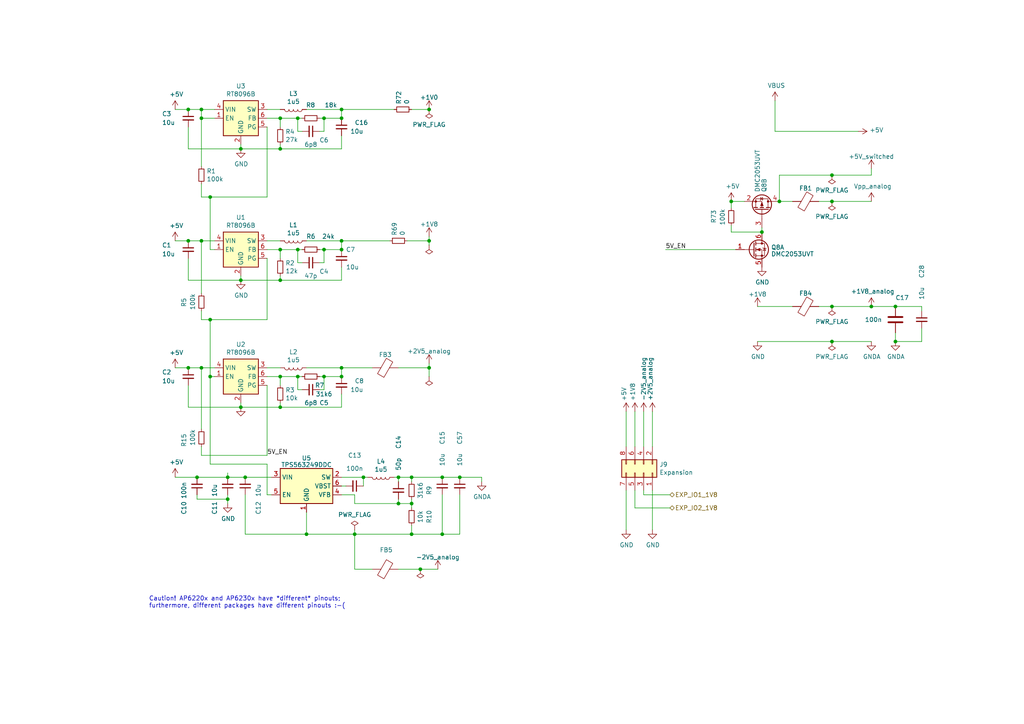
<source format=kicad_sch>
(kicad_sch (version 20230121) (generator eeschema)
  (paper "A4")
  (lib_symbols
    (symbol "Connector_Generic:Conn_02x04_Odd_Even" (pin_names (offset 1.016) hide)
      (property "Reference" "J" (at 1.27 5.08 0))
      (property "Value" "Conn_02x04_Odd_Even" (at 1.27 -7.62 0))
      (symbol "Conn_02x04_Odd_Even_1_1"
        (rectangle (start -1.27 -4.953) (end 0 -5.207) (stroke (width 0.1524)))
        (rectangle (start -1.27 -2.413) (end 0 -2.667) (stroke (width 0.1524)))
        (rectangle (start -1.27 0.127) (end 0 -0.127) (stroke (width 0.1524)))
        (rectangle (start -1.27 2.667) (end 0 2.413) (stroke (width 0.1524)))
        (rectangle (start -1.27 3.81) (end 3.81 -6.35) (stroke (width 0.254)) (fill (type background)))
        (rectangle (start 3.81 -4.953) (end 2.54 -5.207) (stroke (width 0.1524)))
        (rectangle (start 3.81 -2.413) (end 2.54 -2.667) (stroke (width 0.1524)))
        (rectangle (start 3.81 0.127) (end 2.54 -0.127) (stroke (width 0.1524)))
        (rectangle (start 3.81 2.667) (end 2.54 2.413) (stroke (width 0.1524)))
        (pin passive line (at -5.08 2.54 0) (length 3.81) (name "Pin_1") (number "1"))
        (pin passive line (at 7.62 2.54 180) (length 3.81) (name "Pin_2") (number "2"))
        (pin passive line (at -5.08 0 0) (length 3.81) (name "Pin_3") (number "3"))
        (pin passive line (at 7.62 0 180) (length 3.81) (name "Pin_4") (number "4"))
        (pin passive line (at -5.08 -2.54 0) (length 3.81) (name "Pin_5") (number "5"))
        (pin passive line (at 7.62 -2.54 180) (length 3.81) (name "Pin_6") (number "6"))
        (pin passive line (at -5.08 -5.08 0) (length 3.81) (name "Pin_7") (number "7"))
        (pin passive line (at 7.62 -5.08 180) (length 3.81) (name "Pin_8") (number "8"))
      )
    )
    (symbol "Device:C_Small" (pin_numbers hide) (pin_names (offset 0.254) hide)
      (property "Reference" "C" (at 0.254 1.778 0))
      (property "Value" "C_Small" (at 0.254 -2.032 0))
      (symbol "C_Small_0_1"
        (polyline (pts (xy -1.524 -0.508) (xy 1.524 -0.508)) (stroke (width 0.3302)))
        (polyline (pts (xy -1.524 0.508) (xy 1.524 0.508)) (stroke (width 0.3048)))
      )
      (symbol "C_Small_1_1"
        (pin passive line (at 0 2.54 270) (length 2.032) (name "~") (number "1"))
        (pin passive line (at 0 -2.54 90) (length 2.032) (name "~") (number "2"))
      )
    )
    (symbol "Device:FerriteBead" (pin_numbers hide) (pin_names (offset 0))
      (property "Reference" "FB" (at -3.81 0.635 90))
      (property "Value" "FerriteBead" (at 3.81 0 90))
      (symbol "FerriteBead_0_1"
        (polyline (pts (xy 0 -1.27) (xy 0 -1.2192)))
        (polyline (pts (xy 0 1.27) (xy 0 1.2954)))
        (polyline (pts (xy -2.7686 0.4064) (xy -1.7018 2.2606) (xy 2.7686 -0.3048) (xy 1.6764 -2.159) (xy -2.7686 0.4064)))
      )
      (symbol "FerriteBead_1_1"
        (pin passive line (at 0 3.81 270) (length 2.54) (name "~") (number "1"))
        (pin passive line (at 0 -3.81 90) (length 2.54) (name "~") (number "2"))
      )
    )
    (symbol "Device:L" (pin_numbers hide) (pin_names (offset 1.016) hide)
      (property "Reference" "L" (at -1.27 0 90))
      (property "Value" "L" (at 1.905 0 90))
      (symbol "L_0_1"
        (arc (start 0 -2.54) (mid 0.6323 -1.905) (end 0 -1.27))
        (arc (start 0 -1.27) (mid 0.6323 -0.635) (end 0 0))
        (arc (start 0 0) (mid 0.6323 0.635) (end 0 1.27))
        (arc (start 0 1.27) (mid 0.6323 1.905) (end 0 2.54))
      )
      (symbol "L_1_1"
        (pin passive line (at 0 3.81 270) (length 1.27) (name "1") (number "1"))
        (pin passive line (at 0 -3.81 90) (length 1.27) (name "2") (number "2"))
      )
    )
    (symbol "Device:R_Small" (pin_numbers hide) (pin_names (offset 0.254) hide)
      (property "Reference" "R" (at 0.762 0.508 0))
      (property "Value" "R_Small" (at 0.762 -1.016 0))
      (symbol "R_Small_0_1"
        (rectangle (start -0.762 1.778) (end 0.762 -1.778) (stroke (width 0.2032)))
      )
      (symbol "R_Small_1_1"
        (pin passive line (at 0 2.54 270) (length 0.762) (name "~") (number "1"))
        (pin passive line (at 0 -2.54 90) (length 0.762) (name "~") (number "2"))
      )
    )
    (symbol "Regulator_Switching:TLV62569DDC"
      (property "Reference" "U" (at -5.08 6.35 0))
      (property "Value" "TLV62569DDC" (at 0 6.35 0))
      (symbol "TLV62569DDC_0_1"
        (rectangle (start -5.08 5.08) (end 5.08 -5.08) (stroke (width 0.254)) (fill (type background)))
      )
      (symbol "TLV62569DDC_1_1"
        (pin input line (at -7.62 0 0) (length 2.54) (name "EN") (number "1"))
        (pin power_in line (at 0 -7.62 90) (length 2.54) (name "GND") (number "2"))
        (pin power_out line (at 7.62 2.54 180) (length 2.54) (name "SW") (number "3"))
        (pin power_in line (at -7.62 2.54 0) (length 2.54) (name "VIN") (number "4"))
        (pin open_collector line (at 7.62 -2.54 180) (length 2.54) (name "PG") (number "5"))
        (pin input line (at 7.62 0 180) (length 2.54) (name "FB") (number "6"))
      )
    )
    (symbol "Regulator_Switching:TPS563240DDC"
      (property "Reference" "U" (at -7.62 6.35 0))
      (property "Value" "TPS563240DDC" (at -2.54 6.35 0))
      (symbol "TPS563240DDC_0_1"
        (rectangle (start -7.62 5.08) (end 7.62 -5.08) (stroke (width 0.254)) (fill (type background)))
      )
      (symbol "TPS563240DDC_1_1"
        (pin power_in line (at 0 -7.62 90) (length 2.54) (name "GND") (number "1"))
        (pin output line (at 10.16 2.54 180) (length 2.54) (name "SW") (number "2"))
        (pin power_in line (at -10.16 2.54 0) (length 2.54) (name "VIN") (number "3"))
        (pin input line (at 10.16 -2.54 180) (length 2.54) (name "VFB") (number "4"))
        (pin input line (at -10.16 -2.54 0) (length 2.54) (name "EN") (number "5"))
        (pin passive line (at 10.16 0 180) (length 2.54) (name "VBST") (number "6"))
      )
    )
    (symbol "Transistor_FET:DMC2053UVT" (pin_names hide)
      (property "Reference" "Q" (at 3.175 1.27 0))
      (property "Value" "DMC2053UVT" (at 3.175 -1.27 0))
      (symbol "DMC2053UVT_0_1"
        (circle (center -0.889 0) (radius 2.794) (stroke (width 0.254)))
        (circle (center 0 -1.778) (radius 0.254) (fill (type outline)))
        (polyline (pts (xy -2.286 0) (xy -5.08 0)))
        (polyline (pts (xy -2.286 1.905) (xy -2.286 -1.905)) (stroke (width 0.254)))
        (polyline (pts (xy -1.778 -1.27) (xy -1.778 -2.286)) (stroke (width 0.254)))
        (polyline (pts (xy -1.778 0.508) (xy -1.778 -0.508)) (stroke (width 0.254)))
        (polyline (pts (xy -1.778 2.286) (xy -1.778 1.27)) (stroke (width 0.254)))
        (polyline (pts (xy 0 2.54) (xy 0 1.778)))
        (polyline (pts (xy 0 -2.54) (xy 0 0) (xy -1.778 0)))
        (polyline (pts (xy -1.778 -1.778) (xy 0.762 -1.778) (xy 0.762 1.778) (xy -1.778 1.778)))
        (circle (center 0 1.778) (radius 0.254) (fill (type outline)))
      )
      (symbol "DMC2053UVT_1_1"
        (polyline (pts (xy -1.524 0) (xy -0.508 0.381) (xy -0.508 -0.381) (xy -1.524 0)) (fill (type outline)))
        (polyline (pts (xy 0.254 0.508) (xy 0.381 0.381) (xy 1.143 0.381) (xy 1.27 0.254)))
        (polyline (pts (xy 0.762 0.381) (xy 0.381 -0.254) (xy 1.143 -0.254) (xy 0.762 0.381)))
        (pin passive line (at -7.62 0 0) (length 2.54) (name "G") (number "1"))
        (pin passive line (at 0 -5.08 90) (length 2.54) (name "S") (number "5"))
        (pin passive line (at 0 5.08 270) (length 2.54) (name "D") (number "6"))
      )
      (symbol "DMC2053UVT_2_1"
        (polyline (pts (xy -0.254 0) (xy -1.27 0.381) (xy -1.27 -0.381) (xy -0.254 0)) (fill (type outline)))
        (polyline (pts (xy 0.254 -0.508) (xy 0.381 -0.381) (xy 1.143 -0.381) (xy 1.27 -0.254)))
        (polyline (pts (xy 0.762 -0.381) (xy 0.381 0.254) (xy 1.143 0.254) (xy 0.762 -0.381)))
        (pin passive line (at 0 -5.08 90) (length 2.54) (name "S") (number "2"))
        (pin passive line (at -7.62 0 0) (length 2.54) (name "G") (number "3"))
        (pin passive line (at 0 5.08 270) (length 2.54) (name "D") (number "4"))
      )
    )
    (symbol "fmc:+1V8_analog" (power) (pin_names (offset 0))
      (property "Value" "+1V8_analog" (at 0 3.556 0))
      (symbol "+1V8_analog_0_1"
        (polyline (pts (xy -0.762 1.27) (xy 0 2.54)))
        (polyline (pts (xy 0 0) (xy 0 2.54)))
        (polyline (pts (xy 0 2.54) (xy 0.762 1.27)))
      )
      (symbol "+1V8_analog_1_1"
        (pin power_in line (at 0 0 90) (length 0) hide (name "+1V8_analog") (number "1"))
      )
    )
    (symbol "fmc:+2V5_analog" (power) (pin_names (offset 0))
      (property "Value" "+2V5_analog" (at 0 3.556 0))
      (symbol "+2V5_analog_0_1"
        (polyline (pts (xy -0.762 1.27) (xy 0 2.54)))
        (polyline (pts (xy 0 0) (xy 0 2.54)))
        (polyline (pts (xy 0 2.54) (xy 0.762 1.27)))
      )
      (symbol "+2V5_analog_1_1"
        (pin power_in line (at 0 0 90) (length 0) hide (name "+2V5_analog") (number "1"))
      )
    )
    (symbol "fmc:+5V_switched" (power) (pin_names (offset 0))
      (property "Value" "+5V_switched" (at 0 3.556 0))
      (symbol "+5V_switched_0_1"
        (polyline (pts (xy -0.762 1.27) (xy 0 2.54)))
        (polyline (pts (xy 0 0) (xy 0 2.54)))
        (polyline (pts (xy 0 2.54) (xy 0.762 1.27)))
      )
      (symbol "+5V_switched_1_1"
        (pin power_in line (at 0 0 90) (length 0) hide (name "+5V_switched") (number "1"))
      )
    )
    (symbol "fmc:-2V5_analog" (power) (pin_names (offset 0))
      (property "Value" "-2V5_analog" (at 0 3.556 0))
      (symbol "-2V5_analog_0_1"
        (polyline (pts (xy -0.762 1.27) (xy 0 2.54)))
        (polyline (pts (xy 0 0) (xy 0 2.54)))
        (polyline (pts (xy 0 2.54) (xy 0.762 1.27)))
      )
      (symbol "-2V5_analog_1_1"
        (pin power_in line (at 0 0 90) (length 0) hide (name "-2V5_analog") (number "1"))
      )
    )
    (symbol "fmc:100nF_603" (pin_numbers hide) (pin_names (offset 0.254))
      (property "Reference" "C" (at 0.635 2.54 0))
      (property "Value" "100nF_603" (at 0.635 -2.54 0))
      (symbol "100nF_603_0_1"
        (polyline (pts (xy -2.032 -0.762) (xy 2.032 -0.762)) (stroke (width 0.508)))
        (polyline (pts (xy -2.032 0.762) (xy 2.032 0.762)) (stroke (width 0.508)))
      )
      (symbol "100nF_603_1_1"
        (pin passive line (at 0 3.81 270) (length 2.794) (name "~") (number "1"))
        (pin passive line (at 0 -3.81 90) (length 2.794) (name "~") (number "2"))
      )
    )
    (symbol "fmc:Vpp_analog" (power) (pin_names (offset 0))
      (property "Value" "Vpp_analog" (at 0 3.556 0))
      (symbol "Vpp_analog_0_1"
        (polyline (pts (xy -0.762 1.27) (xy 0 2.54)))
        (polyline (pts (xy 0 0) (xy 0 2.54)))
        (polyline (pts (xy 0 2.54) (xy 0.762 1.27)))
      )
      (symbol "Vpp_analog_1_1"
        (pin power_in line (at 0 0 90) (length 0) hide (name "Vpp_analog") (number "1"))
      )
    )
    (symbol "power:+1V0" (power) (pin_names (offset 0))
      (property "Value" "+1V0" (at 0 3.556 0))
      (symbol "+1V0_0_1"
        (polyline (pts (xy -0.762 1.27) (xy 0 2.54)))
        (polyline (pts (xy 0 0) (xy 0 2.54)))
        (polyline (pts (xy 0 2.54) (xy 0.762 1.27)))
      )
      (symbol "+1V0_1_1"
        (pin power_in line (at 0 0 90) (length 0) hide (name "+1V0") (number "1"))
      )
    )
    (symbol "power:+1V8" (power) (pin_names (offset 0))
      (property "Value" "+1V8" (at 0 3.556 0))
      (symbol "+1V8_0_1"
        (polyline (pts (xy -0.762 1.27) (xy 0 2.54)))
        (polyline (pts (xy 0 0) (xy 0 2.54)))
        (polyline (pts (xy 0 2.54) (xy 0.762 1.27)))
      )
      (symbol "+1V8_1_1"
        (pin power_in line (at 0 0 90) (length 0) hide (name "+1V8") (number "1"))
      )
    )
    (symbol "power:+5V" (power) (pin_names (offset 0))
      (property "Value" "+5V" (at 0 3.556 0))
      (symbol "+5V_0_1"
        (polyline (pts (xy -0.762 1.27) (xy 0 2.54)))
        (polyline (pts (xy 0 0) (xy 0 2.54)))
        (polyline (pts (xy 0 2.54) (xy 0.762 1.27)))
      )
      (symbol "+5V_1_1"
        (pin power_in line (at 0 0 90) (length 0) hide (name "+5V") (number "1"))
      )
    )
    (symbol "power:GND" (power) (pin_names (offset 0))
      (property "Value" "GND" (at 0 -3.81 0))
      (symbol "GND_0_1"
        (polyline (pts (xy 0 0) (xy 0 -1.27) (xy 1.27 -1.27) (xy 0 -2.54) (xy -1.27 -1.27) (xy 0 -1.27)))
      )
      (symbol "GND_1_1"
        (pin power_in line (at 0 0 270) (length 0) hide (name "GND") (number "1"))
      )
    )
    (symbol "power:GNDA" (power) (pin_names (offset 0))
      (property "Value" "GNDA" (at 0 -3.81 0))
      (symbol "GNDA_0_1"
        (polyline (pts (xy 0 0) (xy 0 -1.27) (xy 1.27 -1.27) (xy 0 -2.54) (xy -1.27 -1.27) (xy 0 -1.27)))
      )
      (symbol "GNDA_1_1"
        (pin power_in line (at 0 0 270) (length 0) hide (name "GNDA") (number "1"))
      )
    )
    (symbol "power:PWR_FLAG" (power) (pin_numbers hide) (pin_names (offset 0) hide)
      (property "Value" "PWR_FLAG" (at 0 3.81 0))
      (symbol "PWR_FLAG_0_0"
        (pin power_out line (at 0 0 90) (length 0) (name "pwr") (number "1"))
      )
      (symbol "PWR_FLAG_0_1"
        (polyline (pts (xy 0 0) (xy 0 1.27) (xy -1.016 1.905) (xy 0 2.54) (xy 1.016 1.905) (xy 0 1.27)))
      )
    )
    (symbol "power:VBUS" (power) (pin_names (offset 0))
      (property "Value" "VBUS" (at 0 3.81 0))
      (symbol "VBUS_0_1"
        (polyline (pts (xy -0.762 1.27) (xy 0 2.54)))
        (polyline (pts (xy 0 0) (xy 0 2.54)))
        (polyline (pts (xy 0 2.54) (xy 0.762 1.27)))
      )
      (symbol "VBUS_1_1"
        (pin power_in line (at 0 0 90) (length 0) hide (name "VBUS") (number "1"))
      )
    )
  )
  (junction (at 124.46 31.75))
  (junction (at 81.28 81.28))
  (junction (at 252.73 88.9))
  (junction (at 81.28 43.18))
  (junction (at 66.04 144.78))
  (junction (at 99.06 72.39))
  (junction (at 93.98 109.22))
  (junction (at 259.715 99.06))
  (junction (at 86.36 109.22))
  (junction (at 60.96 109.22))
  (junction (at 105.41 138.43))
  (junction (at 58.42 34.29))
  (junction (at 128.27 138.43))
  (junction (at 54.61 69.85))
  (junction (at 69.85 81.28))
  (junction (at 99.06 69.85))
  (junction (at 241.3 50.8))
  (junction (at 241.3 58.42))
  (junction (at 128.27 154.94))
  (junction (at 115.57 138.43))
  (junction (at 133.35 138.43))
  (junction (at 88.9 154.94))
  (junction (at 71.12 138.43))
  (junction (at 121.92 165.1))
  (junction (at 115.57 146.05))
  (junction (at 99.06 109.22))
  (junction (at 241.3 99.06))
  (junction (at 57.15 138.43))
  (junction (at 93.98 72.39))
  (junction (at 124.46 106.68))
  (junction (at 69.85 118.11))
  (junction (at 81.28 34.29))
  (junction (at 86.36 72.39))
  (junction (at 93.98 34.29))
  (junction (at 81.28 118.11))
  (junction (at 99.06 34.29))
  (junction (at 99.06 31.75))
  (junction (at 99.06 106.68))
  (junction (at 119.38 146.05))
  (junction (at 81.28 109.22))
  (junction (at 81.28 72.39))
  (junction (at 226.06 58.42))
  (junction (at 220.98 67.31))
  (junction (at 124.46 69.85))
  (junction (at 66.04 138.43))
  (junction (at 58.42 106.68))
  (junction (at 212.09 58.42))
  (junction (at 259.715 88.9))
  (junction (at 119.38 154.94))
  (junction (at 58.42 31.75))
  (junction (at 60.96 92.71))
  (junction (at 54.61 31.75))
  (junction (at 102.87 154.94))
  (junction (at 58.42 69.85))
  (junction (at 86.36 34.29))
  (junction (at 69.85 43.18))
  (junction (at 119.38 138.43))
  (junction (at 60.96 57.15))
  (junction (at 241.3 88.9))
  (junction (at 54.61 106.68))
  (wire (pts (xy 86.36 109.22) (xy 87.63 109.22)))
  (wire (pts (xy 66.04 146.05) (xy 66.04 144.78)))
  (wire (pts (xy 66.04 138.43) (xy 71.12 138.43)))
  (wire (pts (xy 267.335 99.06) (xy 259.715 99.06)))
  (wire (pts (xy 81.28 109.22) (xy 81.28 111.76)))
  (wire (pts (xy 77.47 69.85) (xy 81.28 69.85)))
  (wire (pts (xy 87.63 38.1) (xy 86.36 38.1)))
  (wire (pts (xy 115.57 138.43) (xy 119.38 138.43)))
  (wire (pts (xy 81.28 80.01) (xy 81.28 81.28)))
  (wire (pts (xy 241.3 99.06) (xy 252.73 99.06)))
  (wire (pts (xy 119.38 152.4) (xy 119.38 154.94)))
  (wire (pts (xy 54.61 43.18) (xy 69.85 43.18)))
  (wire (pts (xy 86.36 34.29) (xy 87.63 34.29)))
  (wire (pts (xy 93.98 113.03) (xy 93.98 109.22)))
  (wire (pts (xy 100.33 140.97) (xy 99.06 140.97)))
  (wire (pts (xy 54.61 74.93) (xy 54.61 81.28)))
  (wire (pts (xy 212.09 58.42) (xy 215.9 58.42)))
  (wire (pts (xy 181.61 119.38) (xy 181.61 129.54)))
  (wire (pts (xy 50.8 138.43) (xy 57.15 138.43)))
  (wire (pts (xy 219.71 99.06) (xy 241.3 99.06)))
  (wire (pts (xy 212.09 67.31) (xy 220.98 67.31)))
  (wire (pts (xy 86.36 76.2) (xy 86.36 72.39)))
  (wire (pts (xy 184.15 147.32) (xy 194.31 147.32)))
  (wire (pts (xy 186.69 119.38) (xy 186.69 129.54)))
  (wire (pts (xy 184.15 142.24) (xy 184.15 147.32)))
  (wire (pts (xy 58.42 31.75) (xy 62.23 31.75)))
  (wire (pts (xy 77.47 57.15) (xy 60.96 57.15)))
  (wire (pts (xy 105.41 138.43) (xy 106.68 138.43)))
  (wire (pts (xy 186.69 143.51) (xy 194.31 143.51)))
  (wire (pts (xy 139.7 138.43) (xy 133.35 138.43)))
  (wire (pts (xy 81.28 41.91) (xy 81.28 43.18)))
  (wire (pts (xy 184.15 119.38) (xy 184.15 129.54)))
  (wire (pts (xy 119.38 139.7) (xy 119.38 138.43)))
  (wire (pts (xy 99.06 143.51) (xy 102.87 143.51)))
  (wire (pts (xy 77.47 109.22) (xy 81.28 109.22)))
  (wire (pts (xy 88.9 69.85) (xy 99.06 69.85)))
  (wire (pts (xy 267.335 95.25) (xy 267.335 99.06)))
  (wire (pts (xy 54.61 69.85) (xy 50.8 69.85)))
  (wire (pts (xy 71.12 154.94) (xy 88.9 154.94)))
  (wire (pts (xy 99.06 39.37) (xy 99.06 43.18)))
  (wire (pts (xy 193.04 72.39) (xy 213.36 72.39)))
  (wire (pts (xy 119.38 144.78) (xy 119.38 146.05)))
  (wire (pts (xy 81.28 34.29) (xy 81.28 36.83)))
  (wire (pts (xy 81.28 72.39) (xy 81.28 74.93)))
  (wire (pts (xy 60.96 134.62) (xy 60.96 109.22)))
  (wire (pts (xy 54.61 31.75) (xy 58.42 31.75)))
  (wire (pts (xy 77.47 132.08) (xy 77.47 111.76)))
  (wire (pts (xy 93.98 109.22) (xy 99.06 109.22)))
  (wire (pts (xy 88.9 106.68) (xy 99.06 106.68)))
  (wire (pts (xy 115.57 106.68) (xy 124.46 106.68)))
  (wire (pts (xy 99.06 69.85) (xy 113.03 69.85)))
  (wire (pts (xy 105.41 140.97) (xy 105.41 138.43)))
  (wire (pts (xy 81.28 34.29) (xy 86.36 34.29)))
  (wire (pts (xy 124.46 106.68) (xy 124.46 105.41)))
  (wire (pts (xy 241.3 50.8) (xy 252.73 50.8)))
  (wire (pts (xy 259.715 96.52) (xy 259.715 99.06)))
  (wire (pts (xy 115.57 146.05) (xy 119.38 146.05)))
  (wire (pts (xy 54.61 118.11) (xy 69.85 118.11)))
  (wire (pts (xy 60.96 109.22) (xy 62.23 109.22)))
  (wire (pts (xy 212.09 65.405) (xy 212.09 67.31)))
  (wire (pts (xy 54.61 106.68) (xy 50.8 106.68)))
  (wire (pts (xy 69.85 81.28) (xy 81.28 81.28)))
  (wire (pts (xy 54.61 81.28) (xy 69.85 81.28)))
  (wire (pts (xy 118.11 69.85) (xy 124.46 69.85)))
  (wire (pts (xy 226.06 58.42) (xy 229.87 58.42)))
  (wire (pts (xy 115.57 144.78) (xy 115.57 146.05)))
  (wire (pts (xy 60.96 72.39) (xy 60.96 57.15)))
  (wire (pts (xy 224.79 29.21) (xy 224.79 38.1)))
  (wire (pts (xy 237.49 88.9) (xy 241.3 88.9)))
  (wire (pts (xy 119.38 138.43) (xy 128.27 138.43)))
  (wire (pts (xy 99.06 31.75) (xy 114.3 31.75)))
  (wire (pts (xy 69.85 118.11) (xy 81.28 118.11)))
  (wire (pts (xy 88.9 148.59) (xy 88.9 154.94)))
  (wire (pts (xy 241.3 88.9) (xy 252.73 88.9)))
  (wire (pts (xy 99.06 69.85) (xy 99.06 72.39)))
  (wire (pts (xy 54.61 106.68) (xy 58.42 106.68)))
  (wire (pts (xy 99.06 106.68) (xy 107.95 106.68)))
  (wire (pts (xy 189.23 129.54) (xy 189.23 119.38)))
  (wire (pts (xy 252.73 88.9) (xy 259.715 88.9)))
  (wire (pts (xy 71.12 138.43) (xy 78.74 138.43)))
  (wire (pts (xy 57.15 138.43) (xy 66.04 138.43)))
  (wire (pts (xy 128.27 138.43) (xy 133.35 138.43)))
  (wire (pts (xy 121.92 165.1) (xy 127 165.1)))
  (wire (pts (xy 92.71 109.22) (xy 93.98 109.22)))
  (wire (pts (xy 60.96 92.71) (xy 60.96 109.22)))
  (wire (pts (xy 226.06 50.8) (xy 241.3 50.8)))
  (wire (pts (xy 114.3 138.43) (xy 115.57 138.43)))
  (wire (pts (xy 77.47 31.75) (xy 81.28 31.75)))
  (wire (pts (xy 99.06 77.47) (xy 99.06 81.28)))
  (wire (pts (xy 237.49 58.42) (xy 241.3 58.42)))
  (wire (pts (xy 99.06 106.68) (xy 99.06 109.22)))
  (wire (pts (xy 119.38 31.75) (xy 124.46 31.75)))
  (wire (pts (xy 267.335 88.9) (xy 259.715 88.9)))
  (wire (pts (xy 77.47 72.39) (xy 81.28 72.39)))
  (wire (pts (xy 92.71 76.2) (xy 93.98 76.2)))
  (wire (pts (xy 54.61 69.85) (xy 58.42 69.85)))
  (wire (pts (xy 226.06 50.8) (xy 226.06 58.42)))
  (wire (pts (xy 181.61 142.24) (xy 181.61 153.67)))
  (wire (pts (xy 93.98 38.1) (xy 93.98 34.29)))
  (wire (pts (xy 224.79 38.1) (xy 248.92 38.1)))
  (wire (pts (xy 102.87 153.67) (xy 102.87 154.94)))
  (wire (pts (xy 92.71 72.39) (xy 93.98 72.39)))
  (wire (pts (xy 219.71 88.9) (xy 229.87 88.9)))
  (wire (pts (xy 133.35 154.94) (xy 128.27 154.94)))
  (wire (pts (xy 115.57 139.7) (xy 115.57 138.43)))
  (wire (pts (xy 186.69 142.24) (xy 186.69 143.51)))
  (wire (pts (xy 60.96 92.71) (xy 77.47 92.71)))
  (wire (pts (xy 102.87 154.94) (xy 102.87 165.1)))
  (wire (pts (xy 86.36 38.1) (xy 86.36 34.29)))
  (wire (pts (xy 58.42 132.08) (xy 77.47 132.08)))
  (wire (pts (xy 62.23 72.39) (xy 60.96 72.39)))
  (wire (pts (xy 119.38 146.05) (xy 119.38 147.32)))
  (wire (pts (xy 71.12 143.51) (xy 71.12 154.94)))
  (wire (pts (xy 77.47 34.29) (xy 81.28 34.29)))
  (wire (pts (xy 54.61 111.76) (xy 54.61 118.11)))
  (wire (pts (xy 77.47 134.62) (xy 77.47 143.51)))
  (wire (pts (xy 77.47 106.68) (xy 81.28 106.68)))
  (wire (pts (xy 133.35 143.51) (xy 133.35 154.94)))
  (wire (pts (xy 92.71 38.1) (xy 93.98 38.1)))
  (wire (pts (xy 60.96 57.15) (xy 58.42 57.15)))
  (wire (pts (xy 77.47 143.51) (xy 78.74 143.51)))
  (wire (pts (xy 93.98 34.29) (xy 99.06 34.29)))
  (wire (pts (xy 241.3 58.42) (xy 252.73 58.42)))
  (wire (pts (xy 81.28 118.11) (xy 99.06 118.11)))
  (wire (pts (xy 87.63 113.03) (xy 86.36 113.03)))
  (wire (pts (xy 189.23 142.24) (xy 189.23 153.67)))
  (wire (pts (xy 139.7 139.7) (xy 139.7 138.43)))
  (wire (pts (xy 66.04 137.16) (xy 66.04 138.43)))
  (wire (pts (xy 88.9 31.75) (xy 99.06 31.75)))
  (wire (pts (xy 69.85 80.01) (xy 69.85 81.28)))
  (wire (pts (xy 66.04 144.78) (xy 66.04 143.51)))
  (wire (pts (xy 115.57 165.1) (xy 121.92 165.1)))
  (wire (pts (xy 81.28 81.28) (xy 99.06 81.28)))
  (wire (pts (xy 92.71 113.03) (xy 93.98 113.03)))
  (wire (pts (xy 77.47 36.83) (xy 77.47 57.15)))
  (wire (pts (xy 99.06 114.3) (xy 99.06 118.11)))
  (wire (pts (xy 267.335 90.17) (xy 267.335 88.9)))
  (wire (pts (xy 92.71 34.29) (xy 93.98 34.29)))
  (wire (pts (xy 58.42 106.68) (xy 62.23 106.68)))
  (wire (pts (xy 54.61 36.83) (xy 54.61 43.18)))
  (wire (pts (xy 69.85 116.84) (xy 69.85 118.11)))
  (wire (pts (xy 93.98 76.2) (xy 93.98 72.39)))
  (wire (pts (xy 86.36 113.03) (xy 86.36 109.22)))
  (wire (pts (xy 58.42 69.85) (xy 58.42 85.09)))
  (wire (pts (xy 102.87 165.1) (xy 107.95 165.1)))
  (wire (pts (xy 69.85 43.18) (xy 81.28 43.18)))
  (wire (pts (xy 102.87 154.94) (xy 88.9 154.94)))
  (wire (pts (xy 128.27 143.51) (xy 128.27 154.94)))
  (wire (pts (xy 81.28 43.18) (xy 99.06 43.18)))
  (wire (pts (xy 81.28 109.22) (xy 86.36 109.22)))
  (wire (pts (xy 102.87 143.51) (xy 102.87 146.05)))
  (wire (pts (xy 81.28 72.39) (xy 86.36 72.39)))
  (wire (pts (xy 58.42 90.17) (xy 58.42 92.71)))
  (wire (pts (xy 99.06 138.43) (xy 105.41 138.43)))
  (wire (pts (xy 252.73 50.8) (xy 252.73 48.895)))
  (wire (pts (xy 58.42 34.29) (xy 58.42 48.26)))
  (wire (pts (xy 124.46 106.68) (xy 124.46 109.22)))
  (wire (pts (xy 81.28 116.84) (xy 81.28 118.11)))
  (wire (pts (xy 54.61 31.75) (xy 50.8 31.75)))
  (wire (pts (xy 99.06 31.75) (xy 99.06 34.29)))
  (wire (pts (xy 124.46 69.85) (xy 124.46 71.12)))
  (wire (pts (xy 57.15 144.78) (xy 66.04 144.78)))
  (wire (pts (xy 86.36 72.39) (xy 87.63 72.39)))
  (wire (pts (xy 87.63 76.2) (xy 86.36 76.2)))
  (wire (pts (xy 58.42 57.15) (xy 58.42 53.34)))
  (wire (pts (xy 93.98 72.39) (xy 99.06 72.39)))
  (wire (pts (xy 77.47 74.93) (xy 77.47 92.71)))
  (wire (pts (xy 57.15 143.51) (xy 57.15 144.78)))
  (wire (pts (xy 220.98 67.31) (xy 220.98 66.04)))
  (wire (pts (xy 128.27 154.94) (xy 119.38 154.94)))
  (wire (pts (xy 212.09 58.42) (xy 212.09 60.325)))
  (wire (pts (xy 77.47 134.62) (xy 60.96 134.62)))
  (wire (pts (xy 119.38 154.94) (xy 102.87 154.94)))
  (wire (pts (xy 58.42 92.71) (xy 60.96 92.71)))
  (wire (pts (xy 102.87 146.05) (xy 115.57 146.05)))
  (wire (pts (xy 58.42 69.85) (xy 62.23 69.85)))
  (wire (pts (xy 69.85 41.91) (xy 69.85 43.18)))
  (wire (pts (xy 58.42 31.75) (xy 58.42 34.29)))
  (wire (pts (xy 58.42 106.68) (xy 58.42 124.46)))
  (wire (pts (xy 58.42 129.54) (xy 58.42 132.08)))
  (wire (pts (xy 58.42 34.29) (xy 62.23 34.29)))
  (wire (pts (xy 124.46 69.85) (xy 124.46 68.58)))
  (text "Caution! AP6220x and AP6230x have *different* pinouts;\nfurthermore, different packages have different pinouts :-(" (at 43.18 176.53 0) (effects (font (size 1.27 1.27)) (justify left bottom)))
  (label "5V_EN" (at 77.47 132.08 0))
  (label "5V_EN" (at 193.04 72.39 0))
  (hierarchical_label "EXP_IO1_1V8" (shape bidirectional) (at 194.31 143.51 0))
  (hierarchical_label "EXP_IO2_1V8" (shape bidirectional) (at 194.31 147.32 0))
  (symbol (lib_id "Regulator_Switching:TLV62569DDC") (at 69.85 72.39 0) (unit 1)
    (property "Reference" "U1" (at 69.85 63.0682 0))
    (property "Value" "RT8096B" (at 69.85 65.3796 0))
    (property "Footprint" "Package_TO_SOT_SMD:SOT-23-6" (effects hide))
    (property "Part" "RT8096B" (effects hide))
    (property "Manufacturer" "Richtek" (effects hide))
  )
  (symbol (lib_id "power:GND") (at 69.85 81.28 0) (unit 1)
    (property "Reference" "#PWR0152" (effects hide))
    (property "Value" "GND" (at 69.977 85.6742 0))
  )
  (symbol (lib_id "power:+5V") (at 50.8 69.85 0) (unit 1)
    (property "Reference" "#PWR0151" (effects hide))
    (property "Value" "+5V" (at 51.181 65.4558 0))
  )
  (symbol (lib_id "Device:C_Small") (at 54.61 72.39 0) (unit 1)
    (property "Reference" "C1" (at 46.99 71.12 0) (effects (justify left)))
    (property "Value" "10u" (at 46.99 73.66 0) (effects (justify left)))
    (property "Footprint" "Capacitor_SMD:C_1206_3216Metric" (effects hide))
  )
  (symbol (lib_id "Device:L") (at 85.09 69.85 270) (unit 1)
    (property "Reference" "L1" (at 85.09 65.2526 90))
    (property "Value" "1u5" (at 85.09 67.564 90))
    (property "Footprint" "Inductor_SMD:L_1008_2520Metric" (effects hide))
  )
  (symbol (lib_id "Device:C_Small") (at 99.06 74.93 0) (unit 1)
    (property "Reference" "C7" (at 100.33 72.39 0) (effects (justify left)))
    (property "Value" "10u" (at 100.33 77.47 0) (effects (justify left)))
    (property "Footprint" "Capacitor_SMD:C_1206_3216Metric" (effects hide))
  )
  (symbol (lib_id "Device:R_Small") (at 81.28 77.47 0) (unit 1)
    (property "Reference" "R2" (at 82.7786 76.3016 0) (effects (justify left)))
    (property "Value" "12k" (at 82.7786 78.613 0) (effects (justify left)))
    (property "Footprint" "Resistor_SMD:R_0603_1608Metric" (effects hide))
  )
  (symbol (lib_id "Device:R_Small") (at 90.17 72.39 270) (unit 1)
    (property "Reference" "R6" (at 90.17 68.58 90))
    (property "Value" "24k" (at 95.25 68.58 90))
    (property "Footprint" "Resistor_SMD:R_0603_1608Metric" (effects hide))
  )
  (symbol (lib_id "Device:C_Small") (at 90.17 76.2 270) (unit 1)
    (property "Reference" "C4" (at 93.98 78.74 90))
    (property "Value" "47p" (at 90.17 80.01 90))
    (property "Footprint" "Capacitor_SMD:C_0603_1608Metric" (effects hide))
    (property "Part" "885012006050" (effects hide))
    (property "Manufacturer" "Wurth" (effects hide))
  )
  (symbol (lib_id "power:+1V8") (at 124.46 68.58 0) (unit 1)
    (property "Reference" "#PWR0154" (effects hide))
    (property "Value" "+1V8" (at 124.46 65.024 0))
  )
  (symbol (lib_id "Regulator_Switching:TLV62569DDC") (at 69.85 109.22 0) (unit 1)
    (property "Reference" "U2" (at 69.85 99.8982 0))
    (property "Value" "RT8096B" (at 69.85 102.2096 0))
    (property "Footprint" "Package_TO_SOT_SMD:SOT-23-6" (effects hide))
    (property "Part" "RT8096B" (effects hide))
    (property "Manufacturer" "Richtek" (effects hide))
  )
  (symbol (lib_id "power:GND") (at 69.85 118.11 0) (unit 1)
    (property "Reference" "#PWR0150" (effects hide))
    (property "Value" "GND" (effects hide))
  )
  (symbol (lib_id "power:+5V") (at 50.8 106.68 0) (unit 1)
    (property "Reference" "#PWR0149" (effects hide))
    (property "Value" "+5V" (at 51.181 102.2858 0))
  )
  (symbol (lib_id "Device:C_Small") (at 54.61 109.22 0) (unit 1)
    (property "Reference" "C2" (at 46.99 107.95 0) (effects (justify left)))
    (property "Value" "10u" (at 46.99 110.49 0) (effects (justify left)))
    (property "Footprint" "Capacitor_SMD:C_1206_3216Metric" (effects hide))
  )
  (symbol (lib_id "Device:C_Small") (at 99.06 111.76 0) (unit 1)
    (property "Reference" "C8" (at 102.87 110.49 0) (effects (justify left)))
    (property "Value" "10u" (at 101.6 113.03 0) (effects (justify left)))
    (property "Footprint" "Capacitor_SMD:C_1206_3216Metric" (effects hide))
  )
  (symbol (lib_id "Device:R_Small") (at 90.17 109.22 270) (unit 1)
    (property "Reference" "R7" (at 92.71 111.76 90))
    (property "Value" "31k6" (at 93.98 114.3 90))
    (property "Footprint" "Resistor_SMD:R_0603_1608Metric" (effects hide))
  )
  (symbol (lib_id "Regulator_Switching:TLV62569DDC") (at 69.85 34.29 0) (unit 1)
    (property "Reference" "U3" (at 69.85 24.9682 0))
    (property "Value" "RT8096B" (at 69.85 27.2796 0))
    (property "Footprint" "Package_TO_SOT_SMD:SOT-23-6" (effects hide))
    (property "Part" "RT8096B" (effects hide))
    (property "Manufacturer" "Richtek" (effects hide))
  )
  (symbol (lib_id "power:GND") (at 69.85 43.18 0) (unit 1)
    (property "Reference" "#PWR0155" (effects hide))
    (property "Value" "GND" (at 69.977 47.5742 0))
  )
  (symbol (lib_id "power:+5V") (at 50.8 31.75 0) (unit 1)
    (property "Reference" "#PWR0156" (effects hide))
    (property "Value" "+5V" (at 51.181 27.3558 0))
  )
  (symbol (lib_id "Device:C_Small") (at 54.61 34.29 0) (unit 1)
    (property "Reference" "C3" (at 46.99 33.02 0) (effects (justify left)))
    (property "Value" "10u" (at 46.99 35.56 0) (effects (justify left)))
    (property "Footprint" "Capacitor_SMD:C_1206_3216Metric" (effects hide))
  )
  (symbol (lib_id "power:VBUS") (at 224.79 29.21 0) (unit 1)
    (property "Reference" "#PWR0162" (effects hide))
    (property "Value" "VBUS" (at 225.171 24.8158 0))
  )
  (symbol (lib_id "power:+5V") (at 248.92 38.1 270) (mirror x) (unit 1)
    (property "Reference" "#PWR0163" (effects hide))
    (property "Value" "+5V" (at 252.1712 37.719 90) (effects (justify left)))
  )
  (symbol (lib_id "Device:L") (at 85.09 31.75 270) (unit 1)
    (property "Reference" "L3" (at 85.09 27.1526 90))
    (property "Value" "1u5" (at 85.09 29.464 90))
    (property "Footprint" "Inductor_SMD:L_1008_2520Metric" (effects hide))
  )
  (symbol (lib_id "power:PWR_FLAG") (at 124.46 71.12 0) (mirror x) (unit 1)
    (property "Reference" "#FLG0104" (effects hide))
    (property "Value" "PWR_FLAG" (effects hide))
  )
  (symbol (lib_id "power:PWR_FLAG") (at 124.46 109.22 0) (mirror x) (unit 1)
    (property "Reference" "#FLG0103" (effects hide))
    (property "Value" "PWR_FLAG" (effects hide))
  )
  (symbol (lib_id "power:PWR_FLAG") (at 124.46 31.75 0) (mirror x) (unit 1)
    (property "Reference" "#FLG0105" (effects hide))
    (property "Value" "PWR_FLAG" (at 124.46 36.1442 0))
  )
  (symbol (lib_id "Device:C_Small") (at 99.06 36.83 0) (unit 1)
    (property "Reference" "C16" (at 102.87 35.56 0) (effects (justify left)))
    (property "Value" "10u" (at 101.6 38.1 0) (effects (justify left)))
    (property "Footprint" "Capacitor_SMD:C_1206_3216Metric" (effects hide))
  )
  (symbol (lib_id "Device:C_Small") (at 90.17 113.03 270) (unit 1)
    (property "Reference" "C5" (at 93.98 116.84 90))
    (property "Value" "6p8" (at 90.17 116.84 90))
    (property "Footprint" "Capacitor_SMD:C_0603_1608Metric" (effects hide))
    (property "Part" "885012006050" (effects hide))
    (property "Manufacturer" "Wurth" (effects hide))
  )
  (symbol (lib_id "Device:C_Small") (at 90.17 38.1 270) (unit 1)
    (property "Reference" "C6" (at 93.98 40.64 90))
    (property "Value" "6p8" (at 90.17 41.91 90))
    (property "Footprint" "Capacitor_SMD:C_0603_1608Metric" (effects hide))
    (property "Part" "885012006050" (effects hide))
    (property "Manufacturer" "Wurth" (effects hide))
  )
  (symbol (lib_id "power:PWR_FLAG") (at 121.92 165.1 0) (mirror x) (unit 1)
    (property "Reference" "#FLG0102" (effects hide))
    (property "Value" "PWR_FLAG" (effects hide))
  )
  (symbol (lib_id "Device:R_Small") (at 81.28 114.3 0) (unit 1)
    (property "Reference" "R3" (at 82.7786 113.1316 0) (effects (justify left)))
    (property "Value" "10k" (at 82.7786 115.443 0) (effects (justify left)))
    (property "Footprint" "Resistor_SMD:R_0603_1608Metric" (effects hide))
  )
  (symbol (lib_id "Device:R_Small") (at 81.28 39.37 0) (unit 1)
    (property "Reference" "R4" (at 82.7786 38.2016 0) (effects (justify left)))
    (property "Value" "27k" (at 82.7786 40.513 0) (effects (justify left)))
    (property "Footprint" "Resistor_SMD:R_0603_1608Metric" (effects hide))
  )
  (symbol (lib_id "Device:R_Small") (at 90.17 34.29 90) (unit 1)
    (property "Reference" "R8" (at 91.44 30.48 90) (effects (justify left)))
    (property "Value" "18k" (at 97.79 30.48 90) (effects (justify left)))
    (property "Footprint" "Resistor_SMD:R_0603_1608Metric" (effects hide))
  )
  (symbol (lib_id "Device:R_Small") (at 58.42 87.63 180) (unit 1)
    (property "Reference" "R5" (at 53.34 86.36 90) (effects (justify left)))
    (property "Value" "100k" (at 55.88 85.09 90) (effects (justify left)))
    (property "Footprint" "Resistor_SMD:R_0603_1608Metric" (effects hide))
  )
  (symbol (lib_id "Device:R_Small") (at 58.42 50.8 0) (unit 1)
    (property "Reference" "R1" (at 59.9186 49.6316 0) (effects (justify left)))
    (property "Value" "100k" (at 59.9186 51.943 0) (effects (justify left)))
    (property "Footprint" "Resistor_SMD:R_0603_1608Metric" (effects hide))
  )
  (symbol (lib_id "Device:FerriteBead") (at 111.76 165.1 90) (unit 1)
    (property "Reference" "FB5" (at 112.014 159.512 90))
    (property "Value" "Ferrite_Bead MPZ1608S221A" (effects hide))
    (property "Footprint" "Inductor_SMD:L_0603_1608Metric" (effects hide))
    (property "Part" "MPZ1608S221ATA00" (effects hide))
    (property "Manufacturer" "TDK" (effects hide))
  )
  (symbol (lib_id "fmc:Vpp_analog") (at 252.73 58.42 0) (unit 1)
    (property "Reference" "#PWR0165" (effects hide))
    (property "Value" "Vpp_analog" (at 253.111 54.0258 0))
    (instances (project "usbadc" (path "" (reference "#PWR0165") (unit 1)) (path "" (reference "#PWR?") (unit 1))))
  )
  (symbol (lib_id "fmc:+1V8_analog") (at 252.73 88.9 0) (unit 1)
    (property "Reference" "#PWR0168" (effects hide))
    (property "Value" "+1V8_analog" (at 253.111 84.5058 0))
    (instances (project "usbadc" (path "" (reference "#PWR0168") (unit 1)) (path "" (reference "#PWR?") (unit 1))))
  )
  (symbol (lib_id "fmc:+2V5_analog") (at 124.46 105.41 0) (unit 1)
    (property "Reference" "#PWR0169" (effects hide))
    (property "Value" "+2V5_analog" (at 124.46 101.854 0))
  )
  (symbol (lib_id "Device:FerriteBead") (at 233.68 58.42 90) (unit 1)
    (property "Reference" "FB1" (at 233.68 54.61 90))
    (property "Value" "Ferrite_Bead MPZ1608S221A" (effects hide))
    (property "Footprint" "Inductor_SMD:L_0603_1608Metric" (effects hide))
    (property "Part" "MPZ1608S221ATA00" (effects hide))
    (property "Manufacturer" "TDK" (effects hide))
  )
  (symbol (lib_id "Device:FerriteBead") (at 111.76 106.68 90) (unit 1)
    (property "Reference" "FB3" (at 111.76 102.87 90))
    (property "Value" "Ferrite_Bead MPZ1608S221A" (effects hide))
    (property "Footprint" "Inductor_SMD:L_0603_1608Metric" (effects hide))
    (property "Part" "MPZ1608S221ATA00" (effects hide))
    (property "Manufacturer" "TDK" (effects hide))
  )
  (symbol (lib_id "Device:FerriteBead") (at 233.68 88.9 90) (unit 1)
    (property "Reference" "FB4" (at 233.68 85.09 90))
    (property "Value" "Ferrite_Bead MPZ1608S221A" (effects hide))
    (property "Footprint" "Inductor_SMD:L_0603_1608Metric" (effects hide))
    (property "Part" "MPZ1608S221ATA00" (effects hide))
    (property "Manufacturer" "TDK" (effects hide))
  )
  (symbol (lib_id "power:+1V8") (at 219.71 88.9 0) (unit 1)
    (property "Reference" "#PWR0166" (effects hide))
    (property "Value" "+1V8" (at 219.71 85.344 0))
  )
  (symbol (lib_id "power:+5V") (at 212.09 58.42 0) (unit 1)
    (property "Reference" "#PWR0164" (effects hide))
    (property "Value" "+5V" (at 212.471 54.0258 0))
  )
  (symbol (lib_id "power:PWR_FLAG") (at 241.3 58.42 0) (mirror x) (unit 1)
    (property "Reference" "#FLG0106" (effects hide))
    (property "Value" "PWR_FLAG" (at 241.3 62.8142 0))
  )
  (symbol (lib_id "power:PWR_FLAG") (at 241.3 88.9 0) (mirror x) (unit 1)
    (property "Reference" "#FLG0108" (effects hide))
    (property "Value" "PWR_FLAG" (at 241.3 93.2942 0))
  )
  (symbol (lib_id "power:GNDA") (at 252.73 99.06 0) (unit 1)
    (property "Reference" "#PWR0170" (effects hide))
    (property "Value" "GNDA" (at 252.857 103.4542 0))
    (instances (project "usbadc" (path "" (reference "#PWR0170") (unit 1)) (path "" (reference "#PWR?") (unit 1))))
  )
  (symbol (lib_id "power:GND") (at 219.71 99.06 0) (unit 1)
    (property "Reference" "#PWR0171" (effects hide))
    (property "Value" "GND" (at 219.837 103.4542 0))
  )
  (symbol (lib_id "Device:R_Small") (at 212.09 62.865 0) (unit 1)
    (property "Reference" "R73" (at 207.01 64.77 90) (effects (justify left)))
    (property "Value" "100k" (at 209.55 65.405 90) (effects (justify left)))
    (property "Footprint" "Resistor_SMD:R_0603_1608Metric" (effects hide))
  )
  (symbol (lib_id "power:+5V") (at 181.61 119.38 0) (unit 1)
    (property "Reference" "#PWR0157" (effects hide))
    (property "Value" "+5V" (at 180.975 114.3 90))
  )
  (symbol (lib_id "power:+1V8") (at 184.15 119.38 0) (unit 1)
    (property "Reference" "#PWR0159" (effects hide))
    (property "Value" "+1V8" (at 183.515 113.665 90))
  )
  (symbol (lib_id "power:GND") (at 181.61 153.67 0) (unit 1)
    (property "Reference" "#PWR0161" (effects hide))
    (property "Value" "GND" (at 181.737 158.0642 0))
  )
  (symbol (lib_id "power:GND") (at 189.23 153.67 0) (unit 1)
    (property "Reference" "#PWR0160" (effects hide))
    (property "Value" "GND" (at 189.357 158.0642 0))
  )
  (symbol (lib_id "Connector_Generic:Conn_02x04_Odd_Even") (at 186.69 137.16 270) (mirror x) (unit 1)
    (property "Reference" "J9" (at 191.262 134.7216 90) (effects (justify left)))
    (property "Value" "Expansion" (at 191.262 137.033 90) (effects (justify left)))
    (property "Footprint" "Connector_PinHeader_2.54mm:PinHeader_2x04_P2.54mm_Vertical" (effects hide))
  )
  (symbol (lib_id "Device:C_Small") (at 66.04 140.97 180) (unit 1)
    (property "Reference" "C11" (at 62.23 147.32 90))
    (property "Value" "10u" (at 62.23 142.24 90))
    (property "Footprint" "Capacitor_SMD:C_1206_3216Metric" (effects hide))
    (instances (project "usbadc" (path "" (reference "C11") (unit 1))) (project "fe_test" (path "" (reference "C5") (unit 1))))
  )
  (symbol (lib_id "Regulator_Switching:TPS563240DDC") (at 88.9 140.97 0) (unit 1)
    (property "Reference" "U5" (at 88.9 132.8801 0))
    (property "Value" "TPS563249DDC" (at 88.9 134.8011 0))
    (property "Footprint" "Package_TO_SOT_SMD:SOT-23-6" (effects hide))
    (property "Datasheet" "www.ti.com/lit/ds/symlink/tps563249.pdf" (effects hide))
  )
  (symbol (lib_id "power:GNDA") (at 139.7 139.7 0) (unit 1)
    (property "Reference" "#PWR040" (effects hide))
    (property "Value" "GNDA" (at 139.827 144.0942 0))
    (instances (project "usbadc" (path "" (reference "#PWR040") (unit 1)) (path "" (reference "#PWR?") (unit 1))))
  )
  (symbol (lib_id "Device:R_Small") (at 116.84 31.75 90) (unit 1)
    (property "Reference" "R72" (at 115.6716 30.2514 0) (effects (justify left)))
    (property "Value" "0" (at 117.983 30.2514 0) (effects (justify left)))
    (property "Footprint" "Resistor_SMD:R_0603_1608Metric" (effects hide))
  )
  (symbol (lib_id "Device:C_Small") (at 267.335 92.71 0) (unit 1)
    (property "Reference" "C28" (at 267.335 78.74 90))
    (property "Value" "10u" (at 267.335 85.09 90))
    (property "Footprint" "Capacitor_SMD:C_1206_3216Metric" (effects hide))
    (instances (project "usbadc" (path "" (reference "C28") (unit 1))) (project "fe_test" (path "" (reference "C13") (unit 1))))
  )
  (symbol (lib_id "Transistor_FET:DMC2053UVT") (at 220.98 58.42 270) (mirror x) (unit 2)
    (property "Reference" "Q8" (at 221.6237 55.753 0) (effects (justify left)))
    (property "Value" "DMC2053UVT" (at 219.7027 55.753 0) (effects (justify left)))
    (property "Footprint" "Package_TO_SOT_SMD:TSOT-23-6" (effects hide))
    (property "Datasheet" "https://www.diodes.com/assets/Datasheets/DMC2053UVT.pdf" (effects hide))
  )
  (symbol (lib_id "power:PWR_FLAG") (at 102.87 153.67 0) (unit 1)
    (property "Reference" "#FLG01" (effects hide))
    (property "Value" "PWR_FLAG" (at 102.87 149.2758 0))
    (instances (project "usbadc" (path "" (reference "#FLG01") (unit 1))) (project "fe_test" (path "" (reference "#FLG0105") (unit 1))))
  )
  (symbol (lib_id "fmc:-2V5_analog") (at 127 165.1 0) (unit 1)
    (property "Reference" "#PWR015" (effects hide))
    (property "Value" "-2V5_analog" (at 127 161.5981 0))
  )
  (symbol (lib_id "power:PWR_FLAG") (at 241.3 50.8 0) (mirror x) (unit 1)
    (property "Reference" "#FLG06" (effects hide))
    (property "Value" "PWR_FLAG" (at 241.3 55.1942 0))
  )
  (symbol (lib_id "Device:C_Small") (at 115.57 142.24 0) (unit 1)
    (property "Reference" "C14" (at 115.57 128.27 90))
    (property "Value" "50p" (at 115.57 134.62 90))
    (property "Footprint" "Capacitor_SMD:C_0603_1608Metric" (effects hide))
    (instances (project "usbadc" (path "" (reference "C14") (unit 1))) (project "fe_test" (path "" (reference "C11") (unit 1))))
  )
  (symbol (lib_id "Device:L") (at 110.49 138.43 270) (unit 1)
    (property "Reference" "L4" (at 110.49 133.8326 90))
    (property "Value" "1u5" (at 110.49 136.144 90))
    (property "Footprint" "Inductor_SMD:L_1008_2520Metric" (effects hide))
  )
  (symbol (lib_id "power:+1V0") (at 124.46 31.75 0) (unit 1)
    (property "Reference" "#PWR038" (effects hide))
    (property "Value" "+1V0" (at 124.46 28.2481 0))
  )
  (symbol (lib_id "fmc:-2V5_analog") (at 186.69 119.38 0) (unit 1)
    (property "Reference" "#PWR017" (effects hide))
    (property "Value" "-2V5_analog" (at 186.69 109.855 90))
  )
  (symbol (lib_id "power:GND") (at 220.98 77.47 0) (unit 1)
    (property "Reference" "#PWR0158" (effects hide))
    (property "Value" "GND" (at 221.107 81.8642 0))
  )
  (symbol (lib_id "fmc:100nF_603") (at 259.715 92.71 180) (unit 1)
    (property "Reference" "C17" (at 259.715 86.36 0) (effects (justify right)))
    (property "Value" "100n" (at 250.825 92.71 0) (effects (justify right)))
    (property "Footprint" "Capacitor_SMD:C_0603_1608Metric" (effects hide))
  )
  (symbol (lib_id "fmc:+5V_switched") (at 252.73 48.895 0) (unit 1)
    (property "Reference" "#PWR09" (effects hide))
    (property "Value" "+5V_switched" (at 252.73 45.3931 0))
  )
  (symbol (lib_id "Device:C_Small") (at 57.15 140.97 180) (unit 1)
    (property "Reference" "C10" (at 53.34 147.32 90))
    (property "Value" "100n" (at 53.34 142.24 90))
    (property "Footprint" "Capacitor_SMD:C_0603_1608Metric" (effects hide))
    (instances (project "usbadc" (path "" (reference "C10") (unit 1))) (project "fe_test" (path "" (reference "C14") (unit 1))))
  )
  (symbol (lib_id "Device:R_Small") (at 115.57 69.85 90) (unit 1)
    (property "Reference" "R69" (at 114.4016 68.3514 0) (effects (justify left)))
    (property "Value" "0" (at 116.713 68.3514 0) (effects (justify left)))
    (property "Footprint" "Resistor_SMD:R_0603_1608Metric" (effects hide))
  )
  (symbol (lib_id "power:+5V") (at 50.8 138.43 0) (unit 1)
    (property "Reference" "#PWR056" (effects hide))
    (property "Value" "+5V" (at 51.181 134.0358 0))
  )
  (symbol (lib_id "Device:L") (at 85.09 106.68 270) (unit 1)
    (property "Reference" "L2" (at 85.09 102.0826 90))
    (property "Value" "1u5" (at 85.09 104.394 90))
    (property "Footprint" "Inductor_SMD:L_1008_2520Metric" (effects hide))
  )
  (symbol (lib_id "Device:R_Small") (at 58.42 127 180) (unit 1)
    (property "Reference" "R15" (at 53.34 125.73 90) (effects (justify left)))
    (property "Value" "100k" (at 55.88 124.46 90) (effects (justify left)))
    (property "Footprint" "Resistor_SMD:R_0603_1608Metric" (effects hide))
  )
  (symbol (lib_id "Transistor_FET:DMC2053UVT") (at 220.98 72.39 0) (unit 1)
    (property "Reference" "Q8" (at 223.647 71.7463 0) (effects (justify left)))
    (property "Value" "DMC2053UVT" (at 223.647 73.6673 0) (effects (justify left)))
    (property "Footprint" "Package_TO_SOT_SMD:TSOT-23-6" (effects hide))
    (property "Datasheet" "https://www.diodes.com/assets/Datasheets/DMC2053UVT.pdf" (effects hide))
  )
  (symbol (lib_id "power:PWR_FLAG") (at 241.3 99.06 0) (mirror x) (unit 1)
    (property "Reference" "#FLG05" (effects hide))
    (property "Value" "PWR_FLAG" (at 241.3 103.4542 0))
  )
  (symbol (lib_id "Device:R_Small") (at 119.38 149.86 180) (unit 1)
    (property "Reference" "R10" (at 124.46 149.86 90))
    (property "Value" "10k" (at 121.92 149.86 90))
    (property "Footprint" "Resistor_SMD:R_0603_1608Metric" (effects hide))
    (instances (project "usbadc" (path "" (reference "R10") (unit 1))) (project "fe_test" (path "" (reference "R11") (unit 1))))
  )
  (symbol (lib_id "fmc:+2V5_analog") (at 189.23 119.38 0) (unit 1)
    (property "Reference" "#PWR0153" (effects hide))
    (property "Value" "+2V5_analog" (at 188.595 109.855 90))
  )
  (symbol (lib_id "power:GNDA") (at 259.715 99.06 0) (unit 1)
    (property "Reference" "#PWR0183" (effects hide))
    (property "Value" "GNDA" (at 259.842 103.4542 0))
    (instances (project "usbadc" (path "" (reference "#PWR0183") (unit 1)) (path "" (reference "#PWR?") (unit 1))))
  )
  (symbol (lib_id "Device:C_Small") (at 128.27 140.97 0) (unit 1)
    (property "Reference" "C15" (at 128.27 127 90))
    (property "Value" "10u" (at 128.27 133.35 90))
    (property "Footprint" "Capacitor_SMD:C_1206_3216Metric" (effects hide))
    (instances (project "usbadc" (path "" (reference "C15") (unit 1))) (project "fe_test" (path "" (reference "C12") (unit 1))))
  )
  (symbol (lib_id "Device:R_Small") (at 119.38 142.24 180) (unit 1)
    (property "Reference" "R9" (at 124.46 142.24 90))
    (property "Value" "31k6" (at 121.92 142.24 90))
    (property "Footprint" "Resistor_SMD:R_0603_1608Metric" (effects hide))
    (instances (project "usbadc" (path "" (reference "R9") (unit 1))) (project "fe_test" (path "" (reference "R10") (unit 1))))
  )
  (symbol (lib_id "Device:C_Small") (at 71.12 140.97 180) (unit 1)
    (property "Reference" "C12" (at 74.93 147.32 90))
    (property "Value" "10u" (at 74.93 142.24 90))
    (property "Footprint" "Capacitor_SMD:C_1206_3216Metric" (effects hide))
    (instances (project "usbadc" (path "" (reference "C12") (unit 1))) (project "fe_test" (path "" (reference "C6") (unit 1))))
  )
  (symbol (lib_id "Device:C_Small") (at 133.35 140.97 0) (unit 1)
    (property "Reference" "C57" (at 133.35 127 90))
    (property "Value" "10u" (at 133.35 133.35 90))
    (property "Footprint" "Capacitor_SMD:C_1206_3216Metric" (effects hide))
    (instances (project "usbadc" (path "" (reference "C57") (unit 1))) (project "fe_test" (path "" (reference "C13") (unit 1))))
  )
  (symbol (lib_id "power:GND") (at 66.04 146.05 0) (unit 1)
    (property "Reference" "#PWR?" (effects hide))
    (property "Value" "GND" (at 66.167 150.4442 0))
    (instances (project "usbadc" (path "" (reference "#PWR?") (unit 1)) (path "" (reference "#PWR039") (unit 1))))
  )
  (symbol (lib_id "Device:C_Small") (at 102.87 140.97 270) (unit 1)
    (property "Reference" "C13" (at 102.87 132.08 90))
    (property "Value" "100n" (at 102.87 135.89 90))
    (property "Footprint" "Capacitor_SMD:C_0603_1608Metric" (effects hide))
    (instances (project "usbadc" (path "" (reference "C13") (unit 1))) (project "fe_test" (path "" (reference "C9") (unit 1))))
  )
)
</source>
